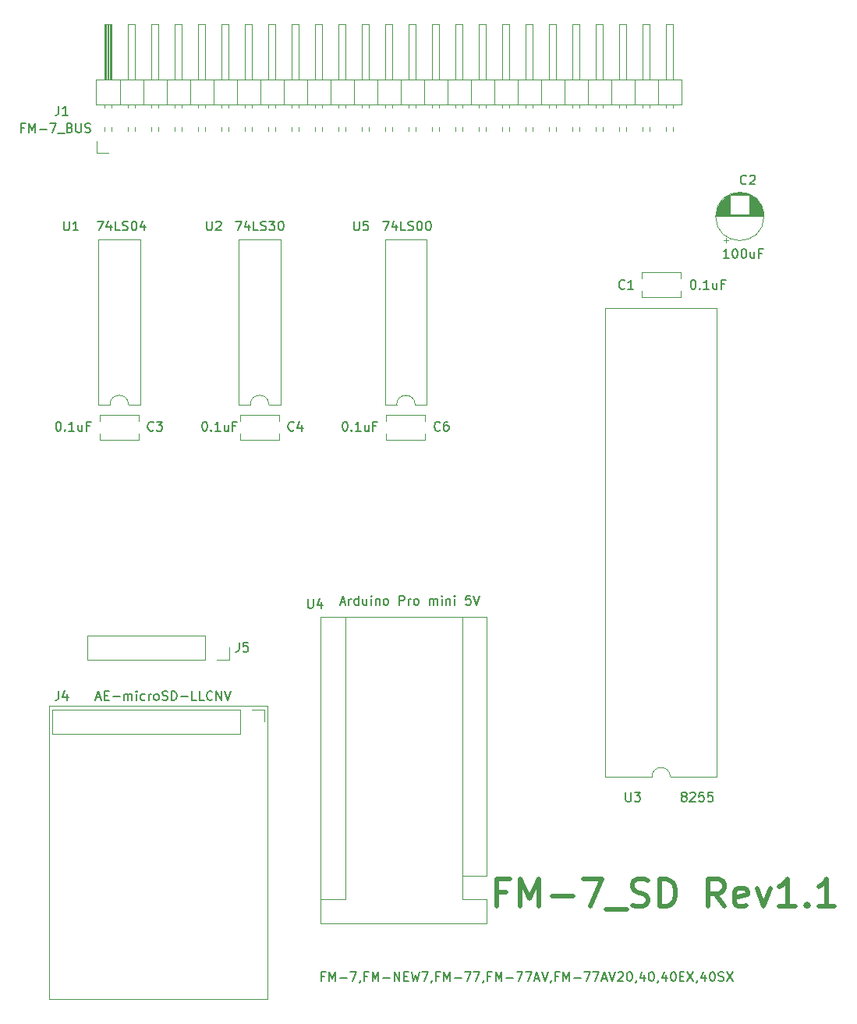
<source format=gto>
G04 #@! TF.GenerationSoftware,KiCad,Pcbnew,(5.1.9)-1*
G04 #@! TF.CreationDate,2023-02-14T22:57:02+09:00*
G04 #@! TF.ProjectId,FM-7_SD,464d2d37-5f53-4442-9e6b-696361645f70,rev?*
G04 #@! TF.SameCoordinates,PX53920b0PY93c3260*
G04 #@! TF.FileFunction,Legend,Top*
G04 #@! TF.FilePolarity,Positive*
%FSLAX46Y46*%
G04 Gerber Fmt 4.6, Leading zero omitted, Abs format (unit mm)*
G04 Created by KiCad (PCBNEW (5.1.9)-1) date 2023-02-14 22:57:02*
%MOMM*%
%LPD*%
G01*
G04 APERTURE LIST*
%ADD10C,0.150000*%
%ADD11C,0.500000*%
%ADD12C,0.120000*%
G04 APERTURE END LIST*
D10*
X42547619Y2571429D02*
X42214285Y2571429D01*
X42214285Y2047620D02*
X42214285Y3047620D01*
X42690476Y3047620D01*
X43071428Y2047620D02*
X43071428Y3047620D01*
X43404761Y2333334D01*
X43738095Y3047620D01*
X43738095Y2047620D01*
X44214285Y2428572D02*
X44976190Y2428572D01*
X45357142Y3047620D02*
X46023809Y3047620D01*
X45595238Y2047620D01*
X46452380Y2095239D02*
X46452380Y2047620D01*
X46404761Y1952381D01*
X46357142Y1904762D01*
X47214285Y2571429D02*
X46880952Y2571429D01*
X46880952Y2047620D02*
X46880952Y3047620D01*
X47357142Y3047620D01*
X47738095Y2047620D02*
X47738095Y3047620D01*
X48071428Y2333334D01*
X48404761Y3047620D01*
X48404761Y2047620D01*
X48880952Y2428572D02*
X49642857Y2428572D01*
X50119047Y2047620D02*
X50119047Y3047620D01*
X50690476Y2047620D01*
X50690476Y3047620D01*
X51166666Y2571429D02*
X51500000Y2571429D01*
X51642857Y2047620D02*
X51166666Y2047620D01*
X51166666Y3047620D01*
X51642857Y3047620D01*
X51976190Y3047620D02*
X52214285Y2047620D01*
X52404761Y2761905D01*
X52595238Y2047620D01*
X52833333Y3047620D01*
X53119047Y3047620D02*
X53785714Y3047620D01*
X53357142Y2047620D01*
X54214285Y2095239D02*
X54214285Y2047620D01*
X54166666Y1952381D01*
X54119047Y1904762D01*
X54976190Y2571429D02*
X54642857Y2571429D01*
X54642857Y2047620D02*
X54642857Y3047620D01*
X55119047Y3047620D01*
X55500000Y2047620D02*
X55500000Y3047620D01*
X55833333Y2333334D01*
X56166666Y3047620D01*
X56166666Y2047620D01*
X56642857Y2428572D02*
X57404761Y2428572D01*
X57785714Y3047620D02*
X58452380Y3047620D01*
X58023809Y2047620D01*
X58738095Y3047620D02*
X59404761Y3047620D01*
X58976190Y2047620D01*
X59833333Y2095239D02*
X59833333Y2047620D01*
X59785714Y1952381D01*
X59738095Y1904762D01*
X60595238Y2571429D02*
X60261904Y2571429D01*
X60261904Y2047620D02*
X60261904Y3047620D01*
X60738095Y3047620D01*
X61119047Y2047620D02*
X61119047Y3047620D01*
X61452380Y2333334D01*
X61785714Y3047620D01*
X61785714Y2047620D01*
X62261904Y2428572D02*
X63023809Y2428572D01*
X63404761Y3047620D02*
X64071428Y3047620D01*
X63642857Y2047620D01*
X64357142Y3047620D02*
X65023809Y3047620D01*
X64595238Y2047620D01*
X65357142Y2333334D02*
X65833333Y2333334D01*
X65261904Y2047620D02*
X65595238Y3047620D01*
X65928571Y2047620D01*
X66119047Y3047620D02*
X66452380Y2047620D01*
X66785714Y3047620D01*
X67166666Y2095239D02*
X67166666Y2047620D01*
X67119047Y1952381D01*
X67071428Y1904762D01*
X67928571Y2571429D02*
X67595238Y2571429D01*
X67595238Y2047620D02*
X67595238Y3047620D01*
X68071428Y3047620D01*
X68452380Y2047620D02*
X68452380Y3047620D01*
X68785714Y2333334D01*
X69119047Y3047620D01*
X69119047Y2047620D01*
X69595238Y2428572D02*
X70357142Y2428572D01*
X70738095Y3047620D02*
X71404761Y3047620D01*
X70976190Y2047620D01*
X71690476Y3047620D02*
X72357142Y3047620D01*
X71928571Y2047620D01*
X72690476Y2333334D02*
X73166666Y2333334D01*
X72595238Y2047620D02*
X72928571Y3047620D01*
X73261904Y2047620D01*
X73452380Y3047620D02*
X73785714Y2047620D01*
X74119047Y3047620D01*
X74404761Y2952381D02*
X74452380Y3000000D01*
X74547619Y3047620D01*
X74785714Y3047620D01*
X74880952Y3000000D01*
X74928571Y2952381D01*
X74976190Y2857143D01*
X74976190Y2761905D01*
X74928571Y2619048D01*
X74357142Y2047620D01*
X74976190Y2047620D01*
X75595238Y3047620D02*
X75690476Y3047620D01*
X75785714Y3000000D01*
X75833333Y2952381D01*
X75880952Y2857143D01*
X75928571Y2666667D01*
X75928571Y2428572D01*
X75880952Y2238096D01*
X75833333Y2142858D01*
X75785714Y2095239D01*
X75690476Y2047620D01*
X75595238Y2047620D01*
X75500000Y2095239D01*
X75452380Y2142858D01*
X75404761Y2238096D01*
X75357142Y2428572D01*
X75357142Y2666667D01*
X75404761Y2857143D01*
X75452380Y2952381D01*
X75500000Y3000000D01*
X75595238Y3047620D01*
X76404761Y2095239D02*
X76404761Y2047620D01*
X76357142Y1952381D01*
X76309523Y1904762D01*
X77261904Y2714286D02*
X77261904Y2047620D01*
X77023809Y3095239D02*
X76785714Y2380953D01*
X77404761Y2380953D01*
X77976190Y3047620D02*
X78071428Y3047620D01*
X78166666Y3000000D01*
X78214285Y2952381D01*
X78261904Y2857143D01*
X78309523Y2666667D01*
X78309523Y2428572D01*
X78261904Y2238096D01*
X78214285Y2142858D01*
X78166666Y2095239D01*
X78071428Y2047620D01*
X77976190Y2047620D01*
X77880952Y2095239D01*
X77833333Y2142858D01*
X77785714Y2238096D01*
X77738095Y2428572D01*
X77738095Y2666667D01*
X77785714Y2857143D01*
X77833333Y2952381D01*
X77880952Y3000000D01*
X77976190Y3047620D01*
X78785714Y2095239D02*
X78785714Y2047620D01*
X78738095Y1952381D01*
X78690476Y1904762D01*
X79642857Y2714286D02*
X79642857Y2047620D01*
X79404761Y3095239D02*
X79166666Y2380953D01*
X79785714Y2380953D01*
X80357142Y3047620D02*
X80452380Y3047620D01*
X80547619Y3000000D01*
X80595238Y2952381D01*
X80642857Y2857143D01*
X80690476Y2666667D01*
X80690476Y2428572D01*
X80642857Y2238096D01*
X80595238Y2142858D01*
X80547619Y2095239D01*
X80452380Y2047620D01*
X80357142Y2047620D01*
X80261904Y2095239D01*
X80214285Y2142858D01*
X80166666Y2238096D01*
X80119047Y2428572D01*
X80119047Y2666667D01*
X80166666Y2857143D01*
X80214285Y2952381D01*
X80261904Y3000000D01*
X80357142Y3047620D01*
X81119047Y2571429D02*
X81452380Y2571429D01*
X81595238Y2047620D02*
X81119047Y2047620D01*
X81119047Y3047620D01*
X81595238Y3047620D01*
X81928571Y3047620D02*
X82595238Y2047620D01*
X82595238Y3047620D02*
X81928571Y2047620D01*
X83023809Y2095239D02*
X83023809Y2047620D01*
X82976190Y1952381D01*
X82928571Y1904762D01*
X83880952Y2714286D02*
X83880952Y2047620D01*
X83642857Y3095239D02*
X83404761Y2380953D01*
X84023809Y2380953D01*
X84595238Y3047620D02*
X84690476Y3047620D01*
X84785714Y3000000D01*
X84833333Y2952381D01*
X84880952Y2857143D01*
X84928571Y2666667D01*
X84928571Y2428572D01*
X84880952Y2238096D01*
X84833333Y2142858D01*
X84785714Y2095239D01*
X84690476Y2047620D01*
X84595238Y2047620D01*
X84500000Y2095239D01*
X84452380Y2142858D01*
X84404761Y2238096D01*
X84357142Y2428572D01*
X84357142Y2666667D01*
X84404761Y2857143D01*
X84452380Y2952381D01*
X84500000Y3000000D01*
X84595238Y3047620D01*
X85309523Y2095239D02*
X85452380Y2047620D01*
X85690476Y2047620D01*
X85785714Y2095239D01*
X85833333Y2142858D01*
X85880952Y2238096D01*
X85880952Y2333334D01*
X85833333Y2428572D01*
X85785714Y2476191D01*
X85690476Y2523810D01*
X85500000Y2571429D01*
X85404761Y2619048D01*
X85357142Y2666667D01*
X85309523Y2761905D01*
X85309523Y2857143D01*
X85357142Y2952381D01*
X85404761Y3000000D01*
X85500000Y3047620D01*
X85738095Y3047620D01*
X85880952Y3000000D01*
X86214285Y3047620D02*
X86880952Y2047620D01*
X86880952Y3047620D02*
X86214285Y2047620D01*
D11*
X62214285Y11714286D02*
X61214285Y11714286D01*
X61214285Y10142858D02*
X61214285Y13142858D01*
X62642857Y13142858D01*
X63785714Y10142858D02*
X63785714Y13142858D01*
X64785714Y11000000D01*
X65785714Y13142858D01*
X65785714Y10142858D01*
X67214285Y11285715D02*
X69500000Y11285715D01*
X70642857Y13142858D02*
X72642857Y13142858D01*
X71357142Y10142858D01*
X73071428Y9857143D02*
X75357142Y9857143D01*
X75928571Y10285715D02*
X76357142Y10142858D01*
X77071428Y10142858D01*
X77357142Y10285715D01*
X77500000Y10428572D01*
X77642857Y10714286D01*
X77642857Y11000000D01*
X77500000Y11285715D01*
X77357142Y11428572D01*
X77071428Y11571429D01*
X76500000Y11714286D01*
X76214285Y11857143D01*
X76071428Y12000000D01*
X75928571Y12285715D01*
X75928571Y12571429D01*
X76071428Y12857143D01*
X76214285Y13000000D01*
X76500000Y13142858D01*
X77214285Y13142858D01*
X77642857Y13000000D01*
X78928571Y10142858D02*
X78928571Y13142858D01*
X79642857Y13142858D01*
X80071428Y13000000D01*
X80357142Y12714286D01*
X80500000Y12428572D01*
X80642857Y11857143D01*
X80642857Y11428572D01*
X80500000Y10857143D01*
X80357142Y10571429D01*
X80071428Y10285715D01*
X79642857Y10142858D01*
X78928571Y10142858D01*
X85928571Y10142858D02*
X84928571Y11571429D01*
X84214285Y10142858D02*
X84214285Y13142858D01*
X85357142Y13142858D01*
X85642857Y13000000D01*
X85785714Y12857143D01*
X85928571Y12571429D01*
X85928571Y12142858D01*
X85785714Y11857143D01*
X85642857Y11714286D01*
X85357142Y11571429D01*
X84214285Y11571429D01*
X88357142Y10285715D02*
X88071428Y10142858D01*
X87500000Y10142858D01*
X87214285Y10285715D01*
X87071428Y10571429D01*
X87071428Y11714286D01*
X87214285Y12000000D01*
X87500000Y12142858D01*
X88071428Y12142858D01*
X88357142Y12000000D01*
X88500000Y11714286D01*
X88500000Y11428572D01*
X87071428Y11142858D01*
X89500000Y12142858D02*
X90214285Y10142858D01*
X90928571Y12142858D01*
X93642857Y10142858D02*
X91928571Y10142858D01*
X92785714Y10142858D02*
X92785714Y13142858D01*
X92500000Y12714286D01*
X92214285Y12428572D01*
X91928571Y12285715D01*
X94928571Y10428572D02*
X95071428Y10285715D01*
X94928571Y10142858D01*
X94785714Y10285715D01*
X94928571Y10428572D01*
X94928571Y10142858D01*
X97928571Y10142858D02*
X96214285Y10142858D01*
X97071428Y10142858D02*
X97071428Y13142858D01*
X96785714Y12714286D01*
X96500000Y12428572D01*
X96214285Y12285715D01*
D10*
X9930238Y94686429D02*
X9596904Y94686429D01*
X9596904Y94162620D02*
X9596904Y95162620D01*
X10073095Y95162620D01*
X10454047Y94162620D02*
X10454047Y95162620D01*
X10787380Y94448334D01*
X11120714Y95162620D01*
X11120714Y94162620D01*
X11596904Y94543572D02*
X12358809Y94543572D01*
X12739761Y95162620D02*
X13406428Y95162620D01*
X12977857Y94162620D01*
X13549285Y94067381D02*
X14311190Y94067381D01*
X14882619Y94686429D02*
X15025476Y94638810D01*
X15073095Y94591191D01*
X15120714Y94495953D01*
X15120714Y94353096D01*
X15073095Y94257858D01*
X15025476Y94210239D01*
X14930238Y94162620D01*
X14549285Y94162620D01*
X14549285Y95162620D01*
X14882619Y95162620D01*
X14977857Y95115000D01*
X15025476Y95067381D01*
X15073095Y94972143D01*
X15073095Y94876905D01*
X15025476Y94781667D01*
X14977857Y94734048D01*
X14882619Y94686429D01*
X14549285Y94686429D01*
X15549285Y95162620D02*
X15549285Y94353096D01*
X15596904Y94257858D01*
X15644523Y94210239D01*
X15739761Y94162620D01*
X15930238Y94162620D01*
X16025476Y94210239D01*
X16073095Y94257858D01*
X16120714Y94353096D01*
X16120714Y95162620D01*
X16549285Y94210239D02*
X16692142Y94162620D01*
X16930238Y94162620D01*
X17025476Y94210239D01*
X17073095Y94257858D01*
X17120714Y94353096D01*
X17120714Y94448334D01*
X17073095Y94543572D01*
X17025476Y94591191D01*
X16930238Y94638810D01*
X16739761Y94686429D01*
X16644523Y94734048D01*
X16596904Y94781667D01*
X16549285Y94876905D01*
X16549285Y94972143D01*
X16596904Y95067381D01*
X16644523Y95115000D01*
X16739761Y95162620D01*
X16977857Y95162620D01*
X17120714Y95115000D01*
X44280000Y43173334D02*
X44756190Y43173334D01*
X44184761Y42887620D02*
X44518095Y43887620D01*
X44851428Y42887620D01*
X45184761Y42887620D02*
X45184761Y43554286D01*
X45184761Y43363810D02*
X45232380Y43459048D01*
X45280000Y43506667D01*
X45375238Y43554286D01*
X45470476Y43554286D01*
X46232380Y42887620D02*
X46232380Y43887620D01*
X46232380Y42935239D02*
X46137142Y42887620D01*
X45946666Y42887620D01*
X45851428Y42935239D01*
X45803809Y42982858D01*
X45756190Y43078096D01*
X45756190Y43363810D01*
X45803809Y43459048D01*
X45851428Y43506667D01*
X45946666Y43554286D01*
X46137142Y43554286D01*
X46232380Y43506667D01*
X47137142Y43554286D02*
X47137142Y42887620D01*
X46708571Y43554286D02*
X46708571Y43030477D01*
X46756190Y42935239D01*
X46851428Y42887620D01*
X46994285Y42887620D01*
X47089523Y42935239D01*
X47137142Y42982858D01*
X47613333Y42887620D02*
X47613333Y43554286D01*
X47613333Y43887620D02*
X47565714Y43840000D01*
X47613333Y43792381D01*
X47660952Y43840000D01*
X47613333Y43887620D01*
X47613333Y43792381D01*
X48089523Y43554286D02*
X48089523Y42887620D01*
X48089523Y43459048D02*
X48137142Y43506667D01*
X48232380Y43554286D01*
X48375238Y43554286D01*
X48470476Y43506667D01*
X48518095Y43411429D01*
X48518095Y42887620D01*
X49137142Y42887620D02*
X49041904Y42935239D01*
X48994285Y42982858D01*
X48946666Y43078096D01*
X48946666Y43363810D01*
X48994285Y43459048D01*
X49041904Y43506667D01*
X49137142Y43554286D01*
X49280000Y43554286D01*
X49375238Y43506667D01*
X49422857Y43459048D01*
X49470476Y43363810D01*
X49470476Y43078096D01*
X49422857Y42982858D01*
X49375238Y42935239D01*
X49280000Y42887620D01*
X49137142Y42887620D01*
X50660952Y42887620D02*
X50660952Y43887620D01*
X51041904Y43887620D01*
X51137142Y43840000D01*
X51184761Y43792381D01*
X51232380Y43697143D01*
X51232380Y43554286D01*
X51184761Y43459048D01*
X51137142Y43411429D01*
X51041904Y43363810D01*
X50660952Y43363810D01*
X51660952Y42887620D02*
X51660952Y43554286D01*
X51660952Y43363810D02*
X51708571Y43459048D01*
X51756190Y43506667D01*
X51851428Y43554286D01*
X51946666Y43554286D01*
X52422857Y42887620D02*
X52327619Y42935239D01*
X52280000Y42982858D01*
X52232380Y43078096D01*
X52232380Y43363810D01*
X52280000Y43459048D01*
X52327619Y43506667D01*
X52422857Y43554286D01*
X52565714Y43554286D01*
X52660952Y43506667D01*
X52708571Y43459048D01*
X52756190Y43363810D01*
X52756190Y43078096D01*
X52708571Y42982858D01*
X52660952Y42935239D01*
X52565714Y42887620D01*
X52422857Y42887620D01*
X53946666Y42887620D02*
X53946666Y43554286D01*
X53946666Y43459048D02*
X53994285Y43506667D01*
X54089523Y43554286D01*
X54232380Y43554286D01*
X54327619Y43506667D01*
X54375238Y43411429D01*
X54375238Y42887620D01*
X54375238Y43411429D02*
X54422857Y43506667D01*
X54518095Y43554286D01*
X54660952Y43554286D01*
X54756190Y43506667D01*
X54803809Y43411429D01*
X54803809Y42887620D01*
X55280000Y42887620D02*
X55280000Y43554286D01*
X55280000Y43887620D02*
X55232380Y43840000D01*
X55280000Y43792381D01*
X55327619Y43840000D01*
X55280000Y43887620D01*
X55280000Y43792381D01*
X55756190Y43554286D02*
X55756190Y42887620D01*
X55756190Y43459048D02*
X55803809Y43506667D01*
X55899047Y43554286D01*
X56041904Y43554286D01*
X56137142Y43506667D01*
X56184761Y43411429D01*
X56184761Y42887620D01*
X56660952Y42887620D02*
X56660952Y43554286D01*
X56660952Y43887620D02*
X56613333Y43840000D01*
X56660952Y43792381D01*
X56708571Y43840000D01*
X56660952Y43887620D01*
X56660952Y43792381D01*
X58375238Y43887620D02*
X57899047Y43887620D01*
X57851428Y43411429D01*
X57899047Y43459048D01*
X57994285Y43506667D01*
X58232380Y43506667D01*
X58327619Y43459048D01*
X58375238Y43411429D01*
X58422857Y43316191D01*
X58422857Y43078096D01*
X58375238Y42982858D01*
X58327619Y42935239D01*
X58232380Y42887620D01*
X57994285Y42887620D01*
X57899047Y42935239D01*
X57851428Y42982858D01*
X58708571Y43887620D02*
X59041904Y42887620D01*
X59375238Y43887620D01*
X81476190Y22119048D02*
X81380952Y22166667D01*
X81333333Y22214286D01*
X81285714Y22309524D01*
X81285714Y22357143D01*
X81333333Y22452381D01*
X81380952Y22500000D01*
X81476190Y22547620D01*
X81666666Y22547620D01*
X81761904Y22500000D01*
X81809523Y22452381D01*
X81857142Y22357143D01*
X81857142Y22309524D01*
X81809523Y22214286D01*
X81761904Y22166667D01*
X81666666Y22119048D01*
X81476190Y22119048D01*
X81380952Y22071429D01*
X81333333Y22023810D01*
X81285714Y21928572D01*
X81285714Y21738096D01*
X81333333Y21642858D01*
X81380952Y21595239D01*
X81476190Y21547620D01*
X81666666Y21547620D01*
X81761904Y21595239D01*
X81809523Y21642858D01*
X81857142Y21738096D01*
X81857142Y21928572D01*
X81809523Y22023810D01*
X81761904Y22071429D01*
X81666666Y22119048D01*
X82238095Y22452381D02*
X82285714Y22500000D01*
X82380952Y22547620D01*
X82619047Y22547620D01*
X82714285Y22500000D01*
X82761904Y22452381D01*
X82809523Y22357143D01*
X82809523Y22261905D01*
X82761904Y22119048D01*
X82190476Y21547620D01*
X82809523Y21547620D01*
X83714285Y22547620D02*
X83238095Y22547620D01*
X83190476Y22071429D01*
X83238095Y22119048D01*
X83333333Y22166667D01*
X83571428Y22166667D01*
X83666666Y22119048D01*
X83714285Y22071429D01*
X83761904Y21976191D01*
X83761904Y21738096D01*
X83714285Y21642858D01*
X83666666Y21595239D01*
X83571428Y21547620D01*
X83333333Y21547620D01*
X83238095Y21595239D01*
X83190476Y21642858D01*
X84666666Y22547620D02*
X84190476Y22547620D01*
X84142857Y22071429D01*
X84190476Y22119048D01*
X84285714Y22166667D01*
X84523809Y22166667D01*
X84619047Y22119048D01*
X84666666Y22071429D01*
X84714285Y21976191D01*
X84714285Y21738096D01*
X84666666Y21642858D01*
X84619047Y21595239D01*
X84523809Y21547620D01*
X84285714Y21547620D01*
X84190476Y21595239D01*
X84142857Y21642858D01*
X86452380Y80547620D02*
X85880952Y80547620D01*
X86166666Y80547620D02*
X86166666Y81547620D01*
X86071428Y81404762D01*
X85976190Y81309524D01*
X85880952Y81261905D01*
X87071428Y81547620D02*
X87166666Y81547620D01*
X87261904Y81500000D01*
X87309523Y81452381D01*
X87357142Y81357143D01*
X87404761Y81166667D01*
X87404761Y80928572D01*
X87357142Y80738096D01*
X87309523Y80642858D01*
X87261904Y80595239D01*
X87166666Y80547620D01*
X87071428Y80547620D01*
X86976190Y80595239D01*
X86928571Y80642858D01*
X86880952Y80738096D01*
X86833333Y80928572D01*
X86833333Y81166667D01*
X86880952Y81357143D01*
X86928571Y81452381D01*
X86976190Y81500000D01*
X87071428Y81547620D01*
X88023809Y81547620D02*
X88119047Y81547620D01*
X88214285Y81500000D01*
X88261904Y81452381D01*
X88309523Y81357143D01*
X88357142Y81166667D01*
X88357142Y80928572D01*
X88309523Y80738096D01*
X88261904Y80642858D01*
X88214285Y80595239D01*
X88119047Y80547620D01*
X88023809Y80547620D01*
X87928571Y80595239D01*
X87880952Y80642858D01*
X87833333Y80738096D01*
X87785714Y80928572D01*
X87785714Y81166667D01*
X87833333Y81357143D01*
X87880952Y81452381D01*
X87928571Y81500000D01*
X88023809Y81547620D01*
X89214285Y81214286D02*
X89214285Y80547620D01*
X88785714Y81214286D02*
X88785714Y80690477D01*
X88833333Y80595239D01*
X88928571Y80547620D01*
X89071428Y80547620D01*
X89166666Y80595239D01*
X89214285Y80642858D01*
X90023809Y81071429D02*
X89690476Y81071429D01*
X89690476Y80547620D02*
X89690476Y81547620D01*
X90166666Y81547620D01*
X82522142Y78177620D02*
X82617380Y78177620D01*
X82712619Y78130000D01*
X82760238Y78082381D01*
X82807857Y77987143D01*
X82855476Y77796667D01*
X82855476Y77558572D01*
X82807857Y77368096D01*
X82760238Y77272858D01*
X82712619Y77225239D01*
X82617380Y77177620D01*
X82522142Y77177620D01*
X82426904Y77225239D01*
X82379285Y77272858D01*
X82331666Y77368096D01*
X82284047Y77558572D01*
X82284047Y77796667D01*
X82331666Y77987143D01*
X82379285Y78082381D01*
X82426904Y78130000D01*
X82522142Y78177620D01*
X83284047Y77272858D02*
X83331666Y77225239D01*
X83284047Y77177620D01*
X83236428Y77225239D01*
X83284047Y77272858D01*
X83284047Y77177620D01*
X84284047Y77177620D02*
X83712619Y77177620D01*
X83998333Y77177620D02*
X83998333Y78177620D01*
X83903095Y78034762D01*
X83807857Y77939524D01*
X83712619Y77891905D01*
X85141190Y77844286D02*
X85141190Y77177620D01*
X84712619Y77844286D02*
X84712619Y77320477D01*
X84760238Y77225239D01*
X84855476Y77177620D01*
X84998333Y77177620D01*
X85093571Y77225239D01*
X85141190Y77272858D01*
X85950714Y77701429D02*
X85617380Y77701429D01*
X85617380Y77177620D02*
X85617380Y78177620D01*
X86093571Y78177620D01*
X17857142Y84547620D02*
X18523809Y84547620D01*
X18095238Y83547620D01*
X19333333Y84214286D02*
X19333333Y83547620D01*
X19095238Y84595239D02*
X18857142Y83880953D01*
X19476190Y83880953D01*
X20333333Y83547620D02*
X19857142Y83547620D01*
X19857142Y84547620D01*
X20619047Y83595239D02*
X20761904Y83547620D01*
X21000000Y83547620D01*
X21095238Y83595239D01*
X21142857Y83642858D01*
X21190476Y83738096D01*
X21190476Y83833334D01*
X21142857Y83928572D01*
X21095238Y83976191D01*
X21000000Y84023810D01*
X20809523Y84071429D01*
X20714285Y84119048D01*
X20666666Y84166667D01*
X20619047Y84261905D01*
X20619047Y84357143D01*
X20666666Y84452381D01*
X20714285Y84500000D01*
X20809523Y84547620D01*
X21047619Y84547620D01*
X21190476Y84500000D01*
X21809523Y84547620D02*
X21904761Y84547620D01*
X22000000Y84500000D01*
X22047619Y84452381D01*
X22095238Y84357143D01*
X22142857Y84166667D01*
X22142857Y83928572D01*
X22095238Y83738096D01*
X22047619Y83642858D01*
X22000000Y83595239D01*
X21904761Y83547620D01*
X21809523Y83547620D01*
X21714285Y83595239D01*
X21666666Y83642858D01*
X21619047Y83738096D01*
X21571428Y83928572D01*
X21571428Y84166667D01*
X21619047Y84357143D01*
X21666666Y84452381D01*
X21714285Y84500000D01*
X21809523Y84547620D01*
X23000000Y84214286D02*
X23000000Y83547620D01*
X22761904Y84595239D02*
X22523809Y83880953D01*
X23142857Y83880953D01*
X13597142Y62777620D02*
X13692380Y62777620D01*
X13787619Y62730000D01*
X13835238Y62682381D01*
X13882857Y62587143D01*
X13930476Y62396667D01*
X13930476Y62158572D01*
X13882857Y61968096D01*
X13835238Y61872858D01*
X13787619Y61825239D01*
X13692380Y61777620D01*
X13597142Y61777620D01*
X13501904Y61825239D01*
X13454285Y61872858D01*
X13406666Y61968096D01*
X13359047Y62158572D01*
X13359047Y62396667D01*
X13406666Y62587143D01*
X13454285Y62682381D01*
X13501904Y62730000D01*
X13597142Y62777620D01*
X14359047Y61872858D02*
X14406666Y61825239D01*
X14359047Y61777620D01*
X14311428Y61825239D01*
X14359047Y61872858D01*
X14359047Y61777620D01*
X15359047Y61777620D02*
X14787619Y61777620D01*
X15073333Y61777620D02*
X15073333Y62777620D01*
X14978095Y62634762D01*
X14882857Y62539524D01*
X14787619Y62491905D01*
X16216190Y62444286D02*
X16216190Y61777620D01*
X15787619Y62444286D02*
X15787619Y61920477D01*
X15835238Y61825239D01*
X15930476Y61777620D01*
X16073333Y61777620D01*
X16168571Y61825239D01*
X16216190Y61872858D01*
X17025714Y62301429D02*
X16692380Y62301429D01*
X16692380Y61777620D02*
X16692380Y62777620D01*
X17168571Y62777620D01*
X32857142Y84547620D02*
X33523809Y84547620D01*
X33095238Y83547620D01*
X34333333Y84214286D02*
X34333333Y83547620D01*
X34095238Y84595239D02*
X33857142Y83880953D01*
X34476190Y83880953D01*
X35333333Y83547620D02*
X34857142Y83547620D01*
X34857142Y84547620D01*
X35619047Y83595239D02*
X35761904Y83547620D01*
X36000000Y83547620D01*
X36095238Y83595239D01*
X36142857Y83642858D01*
X36190476Y83738096D01*
X36190476Y83833334D01*
X36142857Y83928572D01*
X36095238Y83976191D01*
X36000000Y84023810D01*
X35809523Y84071429D01*
X35714285Y84119048D01*
X35666666Y84166667D01*
X35619047Y84261905D01*
X35619047Y84357143D01*
X35666666Y84452381D01*
X35714285Y84500000D01*
X35809523Y84547620D01*
X36047619Y84547620D01*
X36190476Y84500000D01*
X36523809Y84547620D02*
X37142857Y84547620D01*
X36809523Y84166667D01*
X36952380Y84166667D01*
X37047619Y84119048D01*
X37095238Y84071429D01*
X37142857Y83976191D01*
X37142857Y83738096D01*
X37095238Y83642858D01*
X37047619Y83595239D01*
X36952380Y83547620D01*
X36666666Y83547620D01*
X36571428Y83595239D01*
X36523809Y83642858D01*
X37761904Y84547620D02*
X37857142Y84547620D01*
X37952380Y84500000D01*
X38000000Y84452381D01*
X38047619Y84357143D01*
X38095238Y84166667D01*
X38095238Y83928572D01*
X38047619Y83738096D01*
X38000000Y83642858D01*
X37952380Y83595239D01*
X37857142Y83547620D01*
X37761904Y83547620D01*
X37666666Y83595239D01*
X37619047Y83642858D01*
X37571428Y83738096D01*
X37523809Y83928572D01*
X37523809Y84166667D01*
X37571428Y84357143D01*
X37619047Y84452381D01*
X37666666Y84500000D01*
X37761904Y84547620D01*
X29472142Y62777620D02*
X29567380Y62777620D01*
X29662619Y62730000D01*
X29710238Y62682381D01*
X29757857Y62587143D01*
X29805476Y62396667D01*
X29805476Y62158572D01*
X29757857Y61968096D01*
X29710238Y61872858D01*
X29662619Y61825239D01*
X29567380Y61777620D01*
X29472142Y61777620D01*
X29376904Y61825239D01*
X29329285Y61872858D01*
X29281666Y61968096D01*
X29234047Y62158572D01*
X29234047Y62396667D01*
X29281666Y62587143D01*
X29329285Y62682381D01*
X29376904Y62730000D01*
X29472142Y62777620D01*
X30234047Y61872858D02*
X30281666Y61825239D01*
X30234047Y61777620D01*
X30186428Y61825239D01*
X30234047Y61872858D01*
X30234047Y61777620D01*
X31234047Y61777620D02*
X30662619Y61777620D01*
X30948333Y61777620D02*
X30948333Y62777620D01*
X30853095Y62634762D01*
X30757857Y62539524D01*
X30662619Y62491905D01*
X32091190Y62444286D02*
X32091190Y61777620D01*
X31662619Y62444286D02*
X31662619Y61920477D01*
X31710238Y61825239D01*
X31805476Y61777620D01*
X31948333Y61777620D01*
X32043571Y61825239D01*
X32091190Y61872858D01*
X32900714Y62301429D02*
X32567380Y62301429D01*
X32567380Y61777620D02*
X32567380Y62777620D01*
X33043571Y62777620D01*
X48857142Y84547620D02*
X49523809Y84547620D01*
X49095238Y83547620D01*
X50333333Y84214286D02*
X50333333Y83547620D01*
X50095238Y84595239D02*
X49857142Y83880953D01*
X50476190Y83880953D01*
X51333333Y83547620D02*
X50857142Y83547620D01*
X50857142Y84547620D01*
X51619047Y83595239D02*
X51761904Y83547620D01*
X52000000Y83547620D01*
X52095238Y83595239D01*
X52142857Y83642858D01*
X52190476Y83738096D01*
X52190476Y83833334D01*
X52142857Y83928572D01*
X52095238Y83976191D01*
X52000000Y84023810D01*
X51809523Y84071429D01*
X51714285Y84119048D01*
X51666666Y84166667D01*
X51619047Y84261905D01*
X51619047Y84357143D01*
X51666666Y84452381D01*
X51714285Y84500000D01*
X51809523Y84547620D01*
X52047619Y84547620D01*
X52190476Y84500000D01*
X52809523Y84547620D02*
X52904761Y84547620D01*
X53000000Y84500000D01*
X53047619Y84452381D01*
X53095238Y84357143D01*
X53142857Y84166667D01*
X53142857Y83928572D01*
X53095238Y83738096D01*
X53047619Y83642858D01*
X53000000Y83595239D01*
X52904761Y83547620D01*
X52809523Y83547620D01*
X52714285Y83595239D01*
X52666666Y83642858D01*
X52619047Y83738096D01*
X52571428Y83928572D01*
X52571428Y84166667D01*
X52619047Y84357143D01*
X52666666Y84452381D01*
X52714285Y84500000D01*
X52809523Y84547620D01*
X53761904Y84547620D02*
X53857142Y84547620D01*
X53952380Y84500000D01*
X54000000Y84452381D01*
X54047619Y84357143D01*
X54095238Y84166667D01*
X54095238Y83928572D01*
X54047619Y83738096D01*
X54000000Y83642858D01*
X53952380Y83595239D01*
X53857142Y83547620D01*
X53761904Y83547620D01*
X53666666Y83595239D01*
X53619047Y83642858D01*
X53571428Y83738096D01*
X53523809Y83928572D01*
X53523809Y84166667D01*
X53571428Y84357143D01*
X53619047Y84452381D01*
X53666666Y84500000D01*
X53761904Y84547620D01*
X44712142Y62777620D02*
X44807380Y62777620D01*
X44902619Y62730000D01*
X44950238Y62682381D01*
X44997857Y62587143D01*
X45045476Y62396667D01*
X45045476Y62158572D01*
X44997857Y61968096D01*
X44950238Y61872858D01*
X44902619Y61825239D01*
X44807380Y61777620D01*
X44712142Y61777620D01*
X44616904Y61825239D01*
X44569285Y61872858D01*
X44521666Y61968096D01*
X44474047Y62158572D01*
X44474047Y62396667D01*
X44521666Y62587143D01*
X44569285Y62682381D01*
X44616904Y62730000D01*
X44712142Y62777620D01*
X45474047Y61872858D02*
X45521666Y61825239D01*
X45474047Y61777620D01*
X45426428Y61825239D01*
X45474047Y61872858D01*
X45474047Y61777620D01*
X46474047Y61777620D02*
X45902619Y61777620D01*
X46188333Y61777620D02*
X46188333Y62777620D01*
X46093095Y62634762D01*
X45997857Y62539524D01*
X45902619Y62491905D01*
X47331190Y62444286D02*
X47331190Y61777620D01*
X46902619Y62444286D02*
X46902619Y61920477D01*
X46950238Y61825239D01*
X47045476Y61777620D01*
X47188333Y61777620D01*
X47283571Y61825239D01*
X47331190Y61872858D01*
X48140714Y62301429D02*
X47807380Y62301429D01*
X47807380Y61777620D02*
X47807380Y62777620D01*
X48283571Y62777620D01*
D12*
X76945000Y79000000D02*
X81185000Y79000000D01*
X76945000Y76260000D02*
X81185000Y76260000D01*
X76945000Y79000000D02*
X76945000Y78295000D01*
X76945000Y76965000D02*
X76945000Y76260000D01*
X81185000Y79000000D02*
X81185000Y78295000D01*
X81185000Y76965000D02*
X81185000Y76260000D01*
X90250000Y85070000D02*
G75*
G03*
X90250000Y85070000I-2620000J0D01*
G01*
X85050000Y85070000D02*
X90210000Y85070000D01*
X85050000Y85110000D02*
X90210000Y85110000D01*
X85051000Y85150000D02*
X90209000Y85150000D01*
X85052000Y85190000D02*
X90208000Y85190000D01*
X85054000Y85230000D02*
X90206000Y85230000D01*
X85057000Y85270000D02*
X90203000Y85270000D01*
X85061000Y85310000D02*
X86590000Y85310000D01*
X88670000Y85310000D02*
X90199000Y85310000D01*
X85065000Y85350000D02*
X86590000Y85350000D01*
X88670000Y85350000D02*
X90195000Y85350000D01*
X85069000Y85390000D02*
X86590000Y85390000D01*
X88670000Y85390000D02*
X90191000Y85390000D01*
X85074000Y85430000D02*
X86590000Y85430000D01*
X88670000Y85430000D02*
X90186000Y85430000D01*
X85080000Y85470000D02*
X86590000Y85470000D01*
X88670000Y85470000D02*
X90180000Y85470000D01*
X85087000Y85510000D02*
X86590000Y85510000D01*
X88670000Y85510000D02*
X90173000Y85510000D01*
X85094000Y85550000D02*
X86590000Y85550000D01*
X88670000Y85550000D02*
X90166000Y85550000D01*
X85102000Y85590000D02*
X86590000Y85590000D01*
X88670000Y85590000D02*
X90158000Y85590000D01*
X85110000Y85630000D02*
X86590000Y85630000D01*
X88670000Y85630000D02*
X90150000Y85630000D01*
X85119000Y85670000D02*
X86590000Y85670000D01*
X88670000Y85670000D02*
X90141000Y85670000D01*
X85129000Y85710000D02*
X86590000Y85710000D01*
X88670000Y85710000D02*
X90131000Y85710000D01*
X85139000Y85750000D02*
X86590000Y85750000D01*
X88670000Y85750000D02*
X90121000Y85750000D01*
X85150000Y85791000D02*
X86590000Y85791000D01*
X88670000Y85791000D02*
X90110000Y85791000D01*
X85162000Y85831000D02*
X86590000Y85831000D01*
X88670000Y85831000D02*
X90098000Y85831000D01*
X85175000Y85871000D02*
X86590000Y85871000D01*
X88670000Y85871000D02*
X90085000Y85871000D01*
X85188000Y85911000D02*
X86590000Y85911000D01*
X88670000Y85911000D02*
X90072000Y85911000D01*
X85202000Y85951000D02*
X86590000Y85951000D01*
X88670000Y85951000D02*
X90058000Y85951000D01*
X85216000Y85991000D02*
X86590000Y85991000D01*
X88670000Y85991000D02*
X90044000Y85991000D01*
X85232000Y86031000D02*
X86590000Y86031000D01*
X88670000Y86031000D02*
X90028000Y86031000D01*
X85248000Y86071000D02*
X86590000Y86071000D01*
X88670000Y86071000D02*
X90012000Y86071000D01*
X85265000Y86111000D02*
X86590000Y86111000D01*
X88670000Y86111000D02*
X89995000Y86111000D01*
X85282000Y86151000D02*
X86590000Y86151000D01*
X88670000Y86151000D02*
X89978000Y86151000D01*
X85301000Y86191000D02*
X86590000Y86191000D01*
X88670000Y86191000D02*
X89959000Y86191000D01*
X85320000Y86231000D02*
X86590000Y86231000D01*
X88670000Y86231000D02*
X89940000Y86231000D01*
X85340000Y86271000D02*
X86590000Y86271000D01*
X88670000Y86271000D02*
X89920000Y86271000D01*
X85362000Y86311000D02*
X86590000Y86311000D01*
X88670000Y86311000D02*
X89898000Y86311000D01*
X85383000Y86351000D02*
X86590000Y86351000D01*
X88670000Y86351000D02*
X89877000Y86351000D01*
X85406000Y86391000D02*
X86590000Y86391000D01*
X88670000Y86391000D02*
X89854000Y86391000D01*
X85430000Y86431000D02*
X86590000Y86431000D01*
X88670000Y86431000D02*
X89830000Y86431000D01*
X85455000Y86471000D02*
X86590000Y86471000D01*
X88670000Y86471000D02*
X89805000Y86471000D01*
X85481000Y86511000D02*
X86590000Y86511000D01*
X88670000Y86511000D02*
X89779000Y86511000D01*
X85508000Y86551000D02*
X86590000Y86551000D01*
X88670000Y86551000D02*
X89752000Y86551000D01*
X85535000Y86591000D02*
X86590000Y86591000D01*
X88670000Y86591000D02*
X89725000Y86591000D01*
X85565000Y86631000D02*
X86590000Y86631000D01*
X88670000Y86631000D02*
X89695000Y86631000D01*
X85595000Y86671000D02*
X86590000Y86671000D01*
X88670000Y86671000D02*
X89665000Y86671000D01*
X85626000Y86711000D02*
X86590000Y86711000D01*
X88670000Y86711000D02*
X89634000Y86711000D01*
X85659000Y86751000D02*
X86590000Y86751000D01*
X88670000Y86751000D02*
X89601000Y86751000D01*
X85693000Y86791000D02*
X86590000Y86791000D01*
X88670000Y86791000D02*
X89567000Y86791000D01*
X85729000Y86831000D02*
X86590000Y86831000D01*
X88670000Y86831000D02*
X89531000Y86831000D01*
X85766000Y86871000D02*
X86590000Y86871000D01*
X88670000Y86871000D02*
X89494000Y86871000D01*
X85804000Y86911000D02*
X86590000Y86911000D01*
X88670000Y86911000D02*
X89456000Y86911000D01*
X85845000Y86951000D02*
X86590000Y86951000D01*
X88670000Y86951000D02*
X89415000Y86951000D01*
X85887000Y86991000D02*
X86590000Y86991000D01*
X88670000Y86991000D02*
X89373000Y86991000D01*
X85931000Y87031000D02*
X86590000Y87031000D01*
X88670000Y87031000D02*
X89329000Y87031000D01*
X85977000Y87071000D02*
X86590000Y87071000D01*
X88670000Y87071000D02*
X89283000Y87071000D01*
X86025000Y87111000D02*
X86590000Y87111000D01*
X88670000Y87111000D02*
X89235000Y87111000D01*
X86076000Y87151000D02*
X86590000Y87151000D01*
X88670000Y87151000D02*
X89184000Y87151000D01*
X86130000Y87191000D02*
X86590000Y87191000D01*
X88670000Y87191000D02*
X89130000Y87191000D01*
X86187000Y87231000D02*
X86590000Y87231000D01*
X88670000Y87231000D02*
X89073000Y87231000D01*
X86247000Y87271000D02*
X86590000Y87271000D01*
X88670000Y87271000D02*
X89013000Y87271000D01*
X86311000Y87311000D02*
X86590000Y87311000D01*
X88670000Y87311000D02*
X88949000Y87311000D01*
X86379000Y87351000D02*
X86590000Y87351000D01*
X88670000Y87351000D02*
X88881000Y87351000D01*
X86452000Y87391000D02*
X88808000Y87391000D01*
X86532000Y87431000D02*
X88728000Y87431000D01*
X86619000Y87471000D02*
X88641000Y87471000D01*
X86715000Y87511000D02*
X88545000Y87511000D01*
X86825000Y87551000D02*
X88435000Y87551000D01*
X86953000Y87591000D02*
X88307000Y87591000D01*
X87112000Y87631000D02*
X88148000Y87631000D01*
X87346000Y87671000D02*
X87914000Y87671000D01*
X86155000Y82265225D02*
X86155000Y82765225D01*
X85905000Y82515225D02*
X86405000Y82515225D01*
X22355000Y61500000D02*
X22355000Y60795000D01*
X22355000Y63535000D02*
X22355000Y62830000D01*
X18115000Y61500000D02*
X18115000Y60795000D01*
X18115000Y63535000D02*
X18115000Y62830000D01*
X18115000Y60795000D02*
X22355000Y60795000D01*
X18115000Y63535000D02*
X22355000Y63535000D01*
X33355000Y63535000D02*
X37595000Y63535000D01*
X33355000Y60795000D02*
X37595000Y60795000D01*
X33355000Y63535000D02*
X33355000Y62830000D01*
X33355000Y61500000D02*
X33355000Y60795000D01*
X37595000Y63535000D02*
X37595000Y62830000D01*
X37595000Y61500000D02*
X37595000Y60795000D01*
X49230000Y63535000D02*
X53470000Y63535000D01*
X49230000Y60795000D02*
X53470000Y60795000D01*
X49230000Y63535000D02*
X49230000Y62830000D01*
X49230000Y61500000D02*
X49230000Y60795000D01*
X53470000Y63535000D02*
X53470000Y62830000D01*
X53470000Y61500000D02*
X53470000Y60795000D01*
X12985000Y31531000D02*
X12985000Y28871000D01*
X33365000Y31531000D02*
X12985000Y31531000D01*
X33365000Y28871000D02*
X12985000Y28871000D01*
X33365000Y31531000D02*
X33365000Y28871000D01*
X34635000Y31531000D02*
X35965000Y31531000D01*
X35965000Y31531000D02*
X35965000Y30201000D01*
X12615000Y31901000D02*
X12615000Y101000D01*
X12615000Y101000D02*
X36315000Y101000D01*
X36315000Y101000D02*
X36315000Y31901000D01*
X36315000Y31901000D02*
X12615000Y31901000D01*
X29555000Y39590000D02*
X29555000Y36930000D01*
X29555000Y39590000D02*
X16795000Y39590000D01*
X16795000Y39590000D02*
X16795000Y36930000D01*
X29555000Y36930000D02*
X16795000Y36930000D01*
X32155000Y36930000D02*
X30825000Y36930000D01*
X32155000Y38260000D02*
X32155000Y36930000D01*
X21255000Y64645000D02*
X22505000Y64645000D01*
X22505000Y64645000D02*
X22505000Y82545000D01*
X22505000Y82545000D02*
X18005000Y82545000D01*
X18005000Y82545000D02*
X18005000Y64645000D01*
X18005000Y64645000D02*
X19255000Y64645000D01*
X19255000Y64645000D02*
G75*
G02*
X21255000Y64645000I1000000J0D01*
G01*
X33245000Y64645000D02*
X34495000Y64645000D01*
X33245000Y82545000D02*
X33245000Y64645000D01*
X37745000Y82545000D02*
X33245000Y82545000D01*
X37745000Y64645000D02*
X37745000Y82545000D01*
X36495000Y64645000D02*
X37745000Y64645000D01*
X34495000Y64645000D02*
G75*
G02*
X36495000Y64645000I1000000J0D01*
G01*
X80085000Y24230000D02*
X85145000Y24230000D01*
X85145000Y24230000D02*
X85145000Y75150000D01*
X85145000Y75150000D02*
X73025000Y75150000D01*
X73025000Y75150000D02*
X73025000Y24230000D01*
X73025000Y24230000D02*
X78085000Y24230000D01*
X78085000Y24230000D02*
G75*
G02*
X80085000Y24230000I1000000J0D01*
G01*
X57495000Y13495000D02*
X57495000Y10955000D01*
X57495000Y10955000D02*
X60162000Y10955000D01*
X60162000Y13495000D02*
X60162000Y41562000D01*
X60162000Y8288000D02*
X60162000Y10955000D01*
X44795000Y10955000D02*
X42125000Y10955000D01*
X44795000Y10955000D02*
X44795000Y41562000D01*
X60162000Y41562000D02*
X42125000Y41562000D01*
X57495000Y13495000D02*
X60162000Y13495000D01*
X57495000Y13495000D02*
X57495000Y41562000D01*
X42128000Y41562000D02*
X42128000Y8288000D01*
X42128000Y8288000D02*
X60162000Y8288000D01*
X49120000Y64645000D02*
X50370000Y64645000D01*
X49120000Y82545000D02*
X49120000Y64645000D01*
X53620000Y82545000D02*
X49120000Y82545000D01*
X53620000Y64645000D02*
X53620000Y82545000D01*
X52370000Y64645000D02*
X53620000Y64645000D01*
X50370000Y64645000D02*
G75*
G02*
X52370000Y64645000I1000000J0D01*
G01*
X17720000Y97245000D02*
X81340000Y97245000D01*
X81340000Y97245000D02*
X81340000Y99905000D01*
X81340000Y99905000D02*
X17720000Y99905000D01*
X17720000Y99905000D02*
X17720000Y97245000D01*
X18670000Y99905000D02*
X18670000Y105905000D01*
X18670000Y105905000D02*
X19430000Y105905000D01*
X19430000Y105905000D02*
X19430000Y99905000D01*
X18730000Y99905000D02*
X18730000Y105905000D01*
X18850000Y99905000D02*
X18850000Y105905000D01*
X18970000Y99905000D02*
X18970000Y105905000D01*
X19090000Y99905000D02*
X19090000Y105905000D01*
X19210000Y99905000D02*
X19210000Y105905000D01*
X19330000Y99905000D02*
X19330000Y105905000D01*
X18670000Y96847929D02*
X18670000Y97245000D01*
X19430000Y96847929D02*
X19430000Y97245000D01*
X18670000Y94375000D02*
X18670000Y94762071D01*
X19430000Y94375000D02*
X19430000Y94762071D01*
X20320000Y97245000D02*
X20320000Y99905000D01*
X21210000Y99905000D02*
X21210000Y105905000D01*
X21210000Y105905000D02*
X21970000Y105905000D01*
X21970000Y105905000D02*
X21970000Y99905000D01*
X21210000Y96847929D02*
X21210000Y97245000D01*
X21970000Y96847929D02*
X21970000Y97245000D01*
X21210000Y94307929D02*
X21210000Y94762071D01*
X21970000Y94307929D02*
X21970000Y94762071D01*
X22860000Y97245000D02*
X22860000Y99905000D01*
X23750000Y99905000D02*
X23750000Y105905000D01*
X23750000Y105905000D02*
X24510000Y105905000D01*
X24510000Y105905000D02*
X24510000Y99905000D01*
X23750000Y96847929D02*
X23750000Y97245000D01*
X24510000Y96847929D02*
X24510000Y97245000D01*
X23750000Y94307929D02*
X23750000Y94762071D01*
X24510000Y94307929D02*
X24510000Y94762071D01*
X25400000Y97245000D02*
X25400000Y99905000D01*
X26290000Y99905000D02*
X26290000Y105905000D01*
X26290000Y105905000D02*
X27050000Y105905000D01*
X27050000Y105905000D02*
X27050000Y99905000D01*
X26290000Y96847929D02*
X26290000Y97245000D01*
X27050000Y96847929D02*
X27050000Y97245000D01*
X26290000Y94307929D02*
X26290000Y94762071D01*
X27050000Y94307929D02*
X27050000Y94762071D01*
X27940000Y97245000D02*
X27940000Y99905000D01*
X28830000Y99905000D02*
X28830000Y105905000D01*
X28830000Y105905000D02*
X29590000Y105905000D01*
X29590000Y105905000D02*
X29590000Y99905000D01*
X28830000Y96847929D02*
X28830000Y97245000D01*
X29590000Y96847929D02*
X29590000Y97245000D01*
X28830000Y94307929D02*
X28830000Y94762071D01*
X29590000Y94307929D02*
X29590000Y94762071D01*
X30480000Y97245000D02*
X30480000Y99905000D01*
X31370000Y99905000D02*
X31370000Y105905000D01*
X31370000Y105905000D02*
X32130000Y105905000D01*
X32130000Y105905000D02*
X32130000Y99905000D01*
X31370000Y96847929D02*
X31370000Y97245000D01*
X32130000Y96847929D02*
X32130000Y97245000D01*
X31370000Y94307929D02*
X31370000Y94762071D01*
X32130000Y94307929D02*
X32130000Y94762071D01*
X33020000Y97245000D02*
X33020000Y99905000D01*
X33910000Y99905000D02*
X33910000Y105905000D01*
X33910000Y105905000D02*
X34670000Y105905000D01*
X34670000Y105905000D02*
X34670000Y99905000D01*
X33910000Y96847929D02*
X33910000Y97245000D01*
X34670000Y96847929D02*
X34670000Y97245000D01*
X33910000Y94307929D02*
X33910000Y94762071D01*
X34670000Y94307929D02*
X34670000Y94762071D01*
X35560000Y97245000D02*
X35560000Y99905000D01*
X36450000Y99905000D02*
X36450000Y105905000D01*
X36450000Y105905000D02*
X37210000Y105905000D01*
X37210000Y105905000D02*
X37210000Y99905000D01*
X36450000Y96847929D02*
X36450000Y97245000D01*
X37210000Y96847929D02*
X37210000Y97245000D01*
X36450000Y94307929D02*
X36450000Y94762071D01*
X37210000Y94307929D02*
X37210000Y94762071D01*
X38100000Y97245000D02*
X38100000Y99905000D01*
X38990000Y99905000D02*
X38990000Y105905000D01*
X38990000Y105905000D02*
X39750000Y105905000D01*
X39750000Y105905000D02*
X39750000Y99905000D01*
X38990000Y96847929D02*
X38990000Y97245000D01*
X39750000Y96847929D02*
X39750000Y97245000D01*
X38990000Y94307929D02*
X38990000Y94762071D01*
X39750000Y94307929D02*
X39750000Y94762071D01*
X40640000Y97245000D02*
X40640000Y99905000D01*
X41530000Y99905000D02*
X41530000Y105905000D01*
X41530000Y105905000D02*
X42290000Y105905000D01*
X42290000Y105905000D02*
X42290000Y99905000D01*
X41530000Y96847929D02*
X41530000Y97245000D01*
X42290000Y96847929D02*
X42290000Y97245000D01*
X41530000Y94307929D02*
X41530000Y94762071D01*
X42290000Y94307929D02*
X42290000Y94762071D01*
X43180000Y97245000D02*
X43180000Y99905000D01*
X44070000Y99905000D02*
X44070000Y105905000D01*
X44070000Y105905000D02*
X44830000Y105905000D01*
X44830000Y105905000D02*
X44830000Y99905000D01*
X44070000Y96847929D02*
X44070000Y97245000D01*
X44830000Y96847929D02*
X44830000Y97245000D01*
X44070000Y94307929D02*
X44070000Y94762071D01*
X44830000Y94307929D02*
X44830000Y94762071D01*
X45720000Y97245000D02*
X45720000Y99905000D01*
X46610000Y99905000D02*
X46610000Y105905000D01*
X46610000Y105905000D02*
X47370000Y105905000D01*
X47370000Y105905000D02*
X47370000Y99905000D01*
X46610000Y96847929D02*
X46610000Y97245000D01*
X47370000Y96847929D02*
X47370000Y97245000D01*
X46610000Y94307929D02*
X46610000Y94762071D01*
X47370000Y94307929D02*
X47370000Y94762071D01*
X48260000Y97245000D02*
X48260000Y99905000D01*
X49150000Y99905000D02*
X49150000Y105905000D01*
X49150000Y105905000D02*
X49910000Y105905000D01*
X49910000Y105905000D02*
X49910000Y99905000D01*
X49150000Y96847929D02*
X49150000Y97245000D01*
X49910000Y96847929D02*
X49910000Y97245000D01*
X49150000Y94307929D02*
X49150000Y94762071D01*
X49910000Y94307929D02*
X49910000Y94762071D01*
X50800000Y97245000D02*
X50800000Y99905000D01*
X51690000Y99905000D02*
X51690000Y105905000D01*
X51690000Y105905000D02*
X52450000Y105905000D01*
X52450000Y105905000D02*
X52450000Y99905000D01*
X51690000Y96847929D02*
X51690000Y97245000D01*
X52450000Y96847929D02*
X52450000Y97245000D01*
X51690000Y94307929D02*
X51690000Y94762071D01*
X52450000Y94307929D02*
X52450000Y94762071D01*
X53340000Y97245000D02*
X53340000Y99905000D01*
X54230000Y99905000D02*
X54230000Y105905000D01*
X54230000Y105905000D02*
X54990000Y105905000D01*
X54990000Y105905000D02*
X54990000Y99905000D01*
X54230000Y96847929D02*
X54230000Y97245000D01*
X54990000Y96847929D02*
X54990000Y97245000D01*
X54230000Y94307929D02*
X54230000Y94762071D01*
X54990000Y94307929D02*
X54990000Y94762071D01*
X55880000Y97245000D02*
X55880000Y99905000D01*
X56770000Y99905000D02*
X56770000Y105905000D01*
X56770000Y105905000D02*
X57530000Y105905000D01*
X57530000Y105905000D02*
X57530000Y99905000D01*
X56770000Y96847929D02*
X56770000Y97245000D01*
X57530000Y96847929D02*
X57530000Y97245000D01*
X56770000Y94307929D02*
X56770000Y94762071D01*
X57530000Y94307929D02*
X57530000Y94762071D01*
X58420000Y97245000D02*
X58420000Y99905000D01*
X59310000Y99905000D02*
X59310000Y105905000D01*
X59310000Y105905000D02*
X60070000Y105905000D01*
X60070000Y105905000D02*
X60070000Y99905000D01*
X59310000Y96847929D02*
X59310000Y97245000D01*
X60070000Y96847929D02*
X60070000Y97245000D01*
X59310000Y94307929D02*
X59310000Y94762071D01*
X60070000Y94307929D02*
X60070000Y94762071D01*
X60960000Y97245000D02*
X60960000Y99905000D01*
X61850000Y99905000D02*
X61850000Y105905000D01*
X61850000Y105905000D02*
X62610000Y105905000D01*
X62610000Y105905000D02*
X62610000Y99905000D01*
X61850000Y96847929D02*
X61850000Y97245000D01*
X62610000Y96847929D02*
X62610000Y97245000D01*
X61850000Y94307929D02*
X61850000Y94762071D01*
X62610000Y94307929D02*
X62610000Y94762071D01*
X63500000Y97245000D02*
X63500000Y99905000D01*
X64390000Y99905000D02*
X64390000Y105905000D01*
X64390000Y105905000D02*
X65150000Y105905000D01*
X65150000Y105905000D02*
X65150000Y99905000D01*
X64390000Y96847929D02*
X64390000Y97245000D01*
X65150000Y96847929D02*
X65150000Y97245000D01*
X64390000Y94307929D02*
X64390000Y94762071D01*
X65150000Y94307929D02*
X65150000Y94762071D01*
X66040000Y97245000D02*
X66040000Y99905000D01*
X66930000Y99905000D02*
X66930000Y105905000D01*
X66930000Y105905000D02*
X67690000Y105905000D01*
X67690000Y105905000D02*
X67690000Y99905000D01*
X66930000Y96847929D02*
X66930000Y97245000D01*
X67690000Y96847929D02*
X67690000Y97245000D01*
X66930000Y94307929D02*
X66930000Y94762071D01*
X67690000Y94307929D02*
X67690000Y94762071D01*
X68580000Y97245000D02*
X68580000Y99905000D01*
X69470000Y99905000D02*
X69470000Y105905000D01*
X69470000Y105905000D02*
X70230000Y105905000D01*
X70230000Y105905000D02*
X70230000Y99905000D01*
X69470000Y96847929D02*
X69470000Y97245000D01*
X70230000Y96847929D02*
X70230000Y97245000D01*
X69470000Y94307929D02*
X69470000Y94762071D01*
X70230000Y94307929D02*
X70230000Y94762071D01*
X71120000Y97245000D02*
X71120000Y99905000D01*
X72010000Y99905000D02*
X72010000Y105905000D01*
X72010000Y105905000D02*
X72770000Y105905000D01*
X72770000Y105905000D02*
X72770000Y99905000D01*
X72010000Y96847929D02*
X72010000Y97245000D01*
X72770000Y96847929D02*
X72770000Y97245000D01*
X72010000Y94307929D02*
X72010000Y94762071D01*
X72770000Y94307929D02*
X72770000Y94762071D01*
X73660000Y97245000D02*
X73660000Y99905000D01*
X74550000Y99905000D02*
X74550000Y105905000D01*
X74550000Y105905000D02*
X75310000Y105905000D01*
X75310000Y105905000D02*
X75310000Y99905000D01*
X74550000Y96847929D02*
X74550000Y97245000D01*
X75310000Y96847929D02*
X75310000Y97245000D01*
X74550000Y94307929D02*
X74550000Y94762071D01*
X75310000Y94307929D02*
X75310000Y94762071D01*
X76200000Y97245000D02*
X76200000Y99905000D01*
X77090000Y99905000D02*
X77090000Y105905000D01*
X77090000Y105905000D02*
X77850000Y105905000D01*
X77850000Y105905000D02*
X77850000Y99905000D01*
X77090000Y96847929D02*
X77090000Y97245000D01*
X77850000Y96847929D02*
X77850000Y97245000D01*
X77090000Y94307929D02*
X77090000Y94762071D01*
X77850000Y94307929D02*
X77850000Y94762071D01*
X78740000Y97245000D02*
X78740000Y99905000D01*
X79630000Y99905000D02*
X79630000Y105905000D01*
X79630000Y105905000D02*
X80390000Y105905000D01*
X80390000Y105905000D02*
X80390000Y99905000D01*
X79630000Y96847929D02*
X79630000Y97245000D01*
X80390000Y96847929D02*
X80390000Y97245000D01*
X79630000Y94307929D02*
X79630000Y94762071D01*
X80390000Y94307929D02*
X80390000Y94762071D01*
X19050000Y91995000D02*
X17780000Y91995000D01*
X17780000Y91995000D02*
X17780000Y93265000D01*
D10*
X75108333Y77272858D02*
X75060714Y77225239D01*
X74917857Y77177620D01*
X74822619Y77177620D01*
X74679761Y77225239D01*
X74584523Y77320477D01*
X74536904Y77415715D01*
X74489285Y77606191D01*
X74489285Y77749048D01*
X74536904Y77939524D01*
X74584523Y78034762D01*
X74679761Y78130000D01*
X74822619Y78177620D01*
X74917857Y78177620D01*
X75060714Y78130000D01*
X75108333Y78082381D01*
X76060714Y77177620D02*
X75489285Y77177620D01*
X75775000Y77177620D02*
X75775000Y78177620D01*
X75679761Y78034762D01*
X75584523Y77939524D01*
X75489285Y77891905D01*
X88333333Y88642858D02*
X88285714Y88595239D01*
X88142857Y88547620D01*
X88047619Y88547620D01*
X87904761Y88595239D01*
X87809523Y88690477D01*
X87761904Y88785715D01*
X87714285Y88976191D01*
X87714285Y89119048D01*
X87761904Y89309524D01*
X87809523Y89404762D01*
X87904761Y89500000D01*
X88047619Y89547620D01*
X88142857Y89547620D01*
X88285714Y89500000D01*
X88333333Y89452381D01*
X88714285Y89452381D02*
X88761904Y89500000D01*
X88857142Y89547620D01*
X89095238Y89547620D01*
X89190476Y89500000D01*
X89238095Y89452381D01*
X89285714Y89357143D01*
X89285714Y89261905D01*
X89238095Y89119048D01*
X88666666Y88547620D01*
X89285714Y88547620D01*
X23963333Y61872858D02*
X23915714Y61825239D01*
X23772857Y61777620D01*
X23677619Y61777620D01*
X23534761Y61825239D01*
X23439523Y61920477D01*
X23391904Y62015715D01*
X23344285Y62206191D01*
X23344285Y62349048D01*
X23391904Y62539524D01*
X23439523Y62634762D01*
X23534761Y62730000D01*
X23677619Y62777620D01*
X23772857Y62777620D01*
X23915714Y62730000D01*
X23963333Y62682381D01*
X24296666Y62777620D02*
X24915714Y62777620D01*
X24582380Y62396667D01*
X24725238Y62396667D01*
X24820476Y62349048D01*
X24868095Y62301429D01*
X24915714Y62206191D01*
X24915714Y61968096D01*
X24868095Y61872858D01*
X24820476Y61825239D01*
X24725238Y61777620D01*
X24439523Y61777620D01*
X24344285Y61825239D01*
X24296666Y61872858D01*
X39203333Y61872858D02*
X39155714Y61825239D01*
X39012857Y61777620D01*
X38917619Y61777620D01*
X38774761Y61825239D01*
X38679523Y61920477D01*
X38631904Y62015715D01*
X38584285Y62206191D01*
X38584285Y62349048D01*
X38631904Y62539524D01*
X38679523Y62634762D01*
X38774761Y62730000D01*
X38917619Y62777620D01*
X39012857Y62777620D01*
X39155714Y62730000D01*
X39203333Y62682381D01*
X40060476Y62444286D02*
X40060476Y61777620D01*
X39822380Y62825239D02*
X39584285Y62110953D01*
X40203333Y62110953D01*
X55078333Y61872858D02*
X55030714Y61825239D01*
X54887857Y61777620D01*
X54792619Y61777620D01*
X54649761Y61825239D01*
X54554523Y61920477D01*
X54506904Y62015715D01*
X54459285Y62206191D01*
X54459285Y62349048D01*
X54506904Y62539524D01*
X54554523Y62634762D01*
X54649761Y62730000D01*
X54792619Y62777620D01*
X54887857Y62777620D01*
X55030714Y62730000D01*
X55078333Y62682381D01*
X55935476Y62777620D02*
X55745000Y62777620D01*
X55649761Y62730000D01*
X55602142Y62682381D01*
X55506904Y62539524D01*
X55459285Y62349048D01*
X55459285Y61968096D01*
X55506904Y61872858D01*
X55554523Y61825239D01*
X55649761Y61777620D01*
X55840238Y61777620D01*
X55935476Y61825239D01*
X55983095Y61872858D01*
X56030714Y61968096D01*
X56030714Y62206191D01*
X55983095Y62301429D01*
X55935476Y62349048D01*
X55840238Y62396667D01*
X55649761Y62396667D01*
X55554523Y62349048D01*
X55506904Y62301429D01*
X55459285Y62206191D01*
X13666666Y33547620D02*
X13666666Y32833334D01*
X13619047Y32690477D01*
X13523809Y32595239D01*
X13380952Y32547620D01*
X13285714Y32547620D01*
X14571428Y33214286D02*
X14571428Y32547620D01*
X14333333Y33595239D02*
X14095238Y32880953D01*
X14714285Y32880953D01*
X17738095Y32833334D02*
X18214285Y32833334D01*
X17642857Y32547620D02*
X17976190Y33547620D01*
X18309523Y32547620D01*
X18642857Y33071429D02*
X18976190Y33071429D01*
X19119047Y32547620D02*
X18642857Y32547620D01*
X18642857Y33547620D01*
X19119047Y33547620D01*
X19547619Y32928572D02*
X20309523Y32928572D01*
X20785714Y32547620D02*
X20785714Y33214286D01*
X20785714Y33119048D02*
X20833333Y33166667D01*
X20928571Y33214286D01*
X21071428Y33214286D01*
X21166666Y33166667D01*
X21214285Y33071429D01*
X21214285Y32547620D01*
X21214285Y33071429D02*
X21261904Y33166667D01*
X21357142Y33214286D01*
X21500000Y33214286D01*
X21595238Y33166667D01*
X21642857Y33071429D01*
X21642857Y32547620D01*
X22119047Y32547620D02*
X22119047Y33214286D01*
X22119047Y33547620D02*
X22071428Y33500000D01*
X22119047Y33452381D01*
X22166666Y33500000D01*
X22119047Y33547620D01*
X22119047Y33452381D01*
X23023809Y32595239D02*
X22928571Y32547620D01*
X22738095Y32547620D01*
X22642857Y32595239D01*
X22595238Y32642858D01*
X22547619Y32738096D01*
X22547619Y33023810D01*
X22595238Y33119048D01*
X22642857Y33166667D01*
X22738095Y33214286D01*
X22928571Y33214286D01*
X23023809Y33166667D01*
X23452380Y32547620D02*
X23452380Y33214286D01*
X23452380Y33023810D02*
X23500000Y33119048D01*
X23547619Y33166667D01*
X23642857Y33214286D01*
X23738095Y33214286D01*
X24214285Y32547620D02*
X24119047Y32595239D01*
X24071428Y32642858D01*
X24023809Y32738096D01*
X24023809Y33023810D01*
X24071428Y33119048D01*
X24119047Y33166667D01*
X24214285Y33214286D01*
X24357142Y33214286D01*
X24452380Y33166667D01*
X24500000Y33119048D01*
X24547619Y33023810D01*
X24547619Y32738096D01*
X24500000Y32642858D01*
X24452380Y32595239D01*
X24357142Y32547620D01*
X24214285Y32547620D01*
X24928571Y32595239D02*
X25071428Y32547620D01*
X25309523Y32547620D01*
X25404761Y32595239D01*
X25452380Y32642858D01*
X25500000Y32738096D01*
X25500000Y32833334D01*
X25452380Y32928572D01*
X25404761Y32976191D01*
X25309523Y33023810D01*
X25119047Y33071429D01*
X25023809Y33119048D01*
X24976190Y33166667D01*
X24928571Y33261905D01*
X24928571Y33357143D01*
X24976190Y33452381D01*
X25023809Y33500000D01*
X25119047Y33547620D01*
X25357142Y33547620D01*
X25500000Y33500000D01*
X25928571Y32547620D02*
X25928571Y33547620D01*
X26166666Y33547620D01*
X26309523Y33500000D01*
X26404761Y33404762D01*
X26452380Y33309524D01*
X26500000Y33119048D01*
X26500000Y32976191D01*
X26452380Y32785715D01*
X26404761Y32690477D01*
X26309523Y32595239D01*
X26166666Y32547620D01*
X25928571Y32547620D01*
X26928571Y32928572D02*
X27690476Y32928572D01*
X28642857Y32547620D02*
X28166666Y32547620D01*
X28166666Y33547620D01*
X29452380Y32547620D02*
X28976190Y32547620D01*
X28976190Y33547620D01*
X30357142Y32642858D02*
X30309523Y32595239D01*
X30166666Y32547620D01*
X30071428Y32547620D01*
X29928571Y32595239D01*
X29833333Y32690477D01*
X29785714Y32785715D01*
X29738095Y32976191D01*
X29738095Y33119048D01*
X29785714Y33309524D01*
X29833333Y33404762D01*
X29928571Y33500000D01*
X30071428Y33547620D01*
X30166666Y33547620D01*
X30309523Y33500000D01*
X30357142Y33452381D01*
X30785714Y32547620D02*
X30785714Y33547620D01*
X31357142Y32547620D01*
X31357142Y33547620D01*
X31690476Y33547620D02*
X32023809Y32547620D01*
X32357142Y33547620D01*
X33261666Y38807620D02*
X33261666Y38093334D01*
X33214047Y37950477D01*
X33118809Y37855239D01*
X32975952Y37807620D01*
X32880714Y37807620D01*
X34214047Y38807620D02*
X33737857Y38807620D01*
X33690238Y38331429D01*
X33737857Y38379048D01*
X33833095Y38426667D01*
X34071190Y38426667D01*
X34166428Y38379048D01*
X34214047Y38331429D01*
X34261666Y38236191D01*
X34261666Y37998096D01*
X34214047Y37902858D01*
X34166428Y37855239D01*
X34071190Y37807620D01*
X33833095Y37807620D01*
X33737857Y37855239D01*
X33690238Y37902858D01*
X14238095Y84547620D02*
X14238095Y83738096D01*
X14285714Y83642858D01*
X14333333Y83595239D01*
X14428571Y83547620D01*
X14619047Y83547620D01*
X14714285Y83595239D01*
X14761904Y83642858D01*
X14809523Y83738096D01*
X14809523Y84547620D01*
X15809523Y83547620D02*
X15238095Y83547620D01*
X15523809Y83547620D02*
X15523809Y84547620D01*
X15428571Y84404762D01*
X15333333Y84309524D01*
X15238095Y84261905D01*
X29738095Y84547620D02*
X29738095Y83738096D01*
X29785714Y83642858D01*
X29833333Y83595239D01*
X29928571Y83547620D01*
X30119047Y83547620D01*
X30214285Y83595239D01*
X30261904Y83642858D01*
X30309523Y83738096D01*
X30309523Y84547620D01*
X30738095Y84452381D02*
X30785714Y84500000D01*
X30880952Y84547620D01*
X31119047Y84547620D01*
X31214285Y84500000D01*
X31261904Y84452381D01*
X31309523Y84357143D01*
X31309523Y84261905D01*
X31261904Y84119048D01*
X30690476Y83547620D01*
X31309523Y83547620D01*
X75238095Y22547620D02*
X75238095Y21738096D01*
X75285714Y21642858D01*
X75333333Y21595239D01*
X75428571Y21547620D01*
X75619047Y21547620D01*
X75714285Y21595239D01*
X75761904Y21642858D01*
X75809523Y21738096D01*
X75809523Y22547620D01*
X76190476Y22547620D02*
X76809523Y22547620D01*
X76476190Y22166667D01*
X76619047Y22166667D01*
X76714285Y22119048D01*
X76761904Y22071429D01*
X76809523Y21976191D01*
X76809523Y21738096D01*
X76761904Y21642858D01*
X76714285Y21595239D01*
X76619047Y21547620D01*
X76333333Y21547620D01*
X76238095Y21595239D01*
X76190476Y21642858D01*
X40738095Y43547620D02*
X40738095Y42738096D01*
X40785714Y42642858D01*
X40833333Y42595239D01*
X40928571Y42547620D01*
X41119047Y42547620D01*
X41214285Y42595239D01*
X41261904Y42642858D01*
X41309523Y42738096D01*
X41309523Y43547620D01*
X42214285Y43214286D02*
X42214285Y42547620D01*
X41976190Y43595239D02*
X41738095Y42880953D01*
X42357142Y42880953D01*
X45738095Y84547620D02*
X45738095Y83738096D01*
X45785714Y83642858D01*
X45833333Y83595239D01*
X45928571Y83547620D01*
X46119047Y83547620D01*
X46214285Y83595239D01*
X46261904Y83642858D01*
X46309523Y83738096D01*
X46309523Y84547620D01*
X47261904Y84547620D02*
X46785714Y84547620D01*
X46738095Y84071429D01*
X46785714Y84119048D01*
X46880952Y84166667D01*
X47119047Y84166667D01*
X47214285Y84119048D01*
X47261904Y84071429D01*
X47309523Y83976191D01*
X47309523Y83738096D01*
X47261904Y83642858D01*
X47214285Y83595239D01*
X47119047Y83547620D01*
X46880952Y83547620D01*
X46785714Y83595239D01*
X46738095Y83642858D01*
X13666666Y97047620D02*
X13666666Y96333334D01*
X13619047Y96190477D01*
X13523809Y96095239D01*
X13380952Y96047620D01*
X13285714Y96047620D01*
X14666666Y96047620D02*
X14095238Y96047620D01*
X14380952Y96047620D02*
X14380952Y97047620D01*
X14285714Y96904762D01*
X14190476Y96809524D01*
X14095238Y96761905D01*
M02*

</source>
